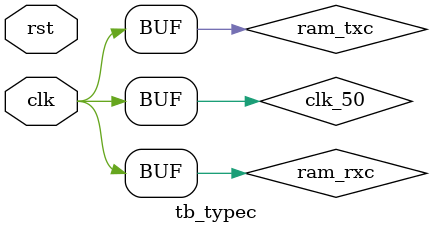
<source format=v>
module tb_typec(
    input clk,
    input rst
);

    localparam BAG_INIT = 4'b0000; 
    localparam BAG_ACK = 4'b0001, BAG_NAK = 4'b0010, BAG_STALL = 4'b0011;
    localparam BAG_DIDX = 4'b0101, BAG_DPARAM = 4'b0110, BAG_DDIDX = 4'b0111;
    localparam BAG_DLINK = 4'b1000, BAG_DTYPE = 4'b1001, BAG_DTEMP = 4'b1010;
    localparam BAG_DHEAD = 4'b1100, BAG_DATA0 = 4'b1101, BAG_DATA1 = 4'b1110;

    (*MARK_DEBUG = "true"*)reg [7:0] state; 
    reg [7:0] next_state;

    localparam IDLE = 8'h00, WAIT = 8'h01, DONE = 8'h02;
    localparam RAM_TX = 8'h04;
    localparam PSDLINK = 8'h10, TSDLINK = 8'h11, WMDLINK = 8'h12, RMDLINK = 8'h13;
    localparam PMDIDX = 8'h20, TMDIDX = 8'h21, WSDIDX = 8'h22, RSDIDX = 8'h23; 
    localparam PSDTYPE = 8'h30, TSDTYPE = 8'h31, WMDTYPE = 8'h32, RMDTYPE = 8'h33; 
    localparam PMDPARAM = 8'h40, TMDPARAM = 8'h41, WSDPARAM = 8'h42, RSDPARAM = 8'h43;
    localparam PSDTEMP = 8'h50, TSDTEMP = 8'h51, WMDTEMP = 8'h52, RMDTEMP = 8'h53;
    localparam PMDDIDX = 8'h60, TMDDIDX = 8'h61, WSDDIDX = 8'h62, RSDDIDX = 8'h63;
    localparam PSDATA0 = 8'h70, TSDATA0 = 8'h71, WMDATA0 = 8'h72, RMDATA0 = 8'h73;

    wire ram_txc, ram_rxc;
    wire clk_25, clk_50, clk_100, clk_200;

    wire [7:0] ram_txd, ram_rxd;
    wire [11:0] ram_txa, ram_rxa;
    wire ram_txen;

    wire fs_ram_tx, fd_ram_tx;

    (*MARK_DEBUG = "true"*)wire fsm_send, fdm_send;
    (*MARK_DEBUG = "true"*)wire fsm_read, fdm_read;
    (*MARK_DEBUG = "true"*)wire fss_send, fds_send;
    (*MARK_DEBUG = "true"*)wire fss_read, fds_read;

    (*MARK_DEBUG = "true"*)wire fm_send, fm_recv;
    (*MARK_DEBUG = "true"*)wire pm_txd;
    (*MARK_DEBUG = "true"*)wire [3:0] pm_rxd;

    (*MARK_DEBUG = "true"*)wire fs_send, fs_recv;
    (*MARK_DEBUG = "true"*)wire ps_rxd;
    (*MARK_DEBUG = "true"*)wire [3:0] ps_txd;

    (*MARK_DEBUG = "true"*)wire [3:0] m_read_btype;
    (*MARK_DEBUG = "true"*)wire [7:0] m_read_bdata;

    (*MARK_DEBUG = "true"*)wire [3:0] s_read_btype;
    (*MARK_DEBUG = "true"*)wire [3:0] s_read_bdata;

    (*MARK_DEBUG = "true"*)reg [3:0] m_send_btype;
    (*MARK_DEBUG = "true"*)reg [3:0] s_send_btype;

    assign ram_txc = clk_50;
    assign ram_rxc = clk_50;
    assign clk_50 = clk;

    assign fsm_send = (state == TMDIDX) || (state == TMDPARAM) || (state == TMDDIDX);
    assign fdm_read = (state == RMDLINK) || (state == RMDTYPE) || (state == RMDTEMP) || (state == RMDATA0);
    assign fss_send = (state == TSDLINK) || (state == TSDTYPE) || (state == TSDTEMP) || (state == TSDATA0);
    assign fds_read = (state == RSDIDX) || (state == RSDPARAM) || (state == RSDDIDX);
    assign fs_ram_tx = (state == RAM_TX);

    assign fm_recv = fs_send;
    assign fs_recv = fm_send;
    assign ps_rxd = pm_txd;
    assign pm_rxd = ps_txd;

    always@(posedge clk or posedge rst) begin
        if(rst) state <= IDLE;
        else state <= next_state;
    end
    
    always@(*) begin
        case(state)
            IDLE: next_state <= WAIT;
            WAIT: next_state <= RAM_TX;
            RAM_TX: begin
                if(fd_ram_tx) next_state <= PSDLINK;
                else next_state <= RAM_TX;
            end

            PSDLINK: next_state <= TSDLINK;
            TSDLINK: begin
                if(fds_send) next_state <= WMDLINK;
                else next_state <= TSDLINK;
            end
            WMDLINK: begin
                if(fsm_read) next_state <= RMDLINK;
                else next_state <= WMDLINK;
            end
            RMDLINK: begin
                if(~fsm_read) next_state <= PMDIDX; 
                else next_state <= RMDLINK;
            end

            PMDIDX: next_state <= TMDIDX;
            TMDIDX: begin
                if(fdm_send) next_state <= WSDIDX; 
                else next_state <= TMDIDX;
            end
            WSDIDX: begin
                if(fss_read) next_state <= RSDIDX;
                else next_state <= WSDIDX;
            end
            RSDIDX: begin
                if(~fss_read) next_state <= PSDTYPE;
                else next_state <= RSDIDX;
            end

            PSDTYPE: next_state <= TSDTYPE;
            TSDTYPE: begin
                if(fds_send) next_state <= WMDTYPE;
                else next_state <= TSDTYPE;
            end
            WMDTYPE: begin
                if(fsm_read) next_state <= RMDTYPE;
                else next_state <= WMDTYPE;
            end
            RMDTYPE: begin
                if(~fsm_read) next_state <= PMDPARAM; 
                else next_state <= RMDTYPE;
            end
            
            
            PMDPARAM: next_state <= TMDPARAM;
            TMDPARAM: begin
                if(fdm_send) next_state <= WSDPARAM; 
                else next_state <= TMDPARAM;
            end
            WSDPARAM: begin
                if(fss_read) next_state <= RSDPARAM;
                else next_state <= WSDPARAM;
            end
            RSDPARAM: begin
                if(~fss_read) next_state <= PSDTEMP;
                else next_state <= RSDPARAM;
            end

            PSDTEMP: next_state <= TSDTEMP;
            TSDTEMP: begin
                if(fds_send) next_state <= WMDTEMP;
                else next_state <= TSDTEMP;
            end
            WMDTEMP: begin
                if(fsm_read) next_state <= RMDTEMP;
                else next_state <= WMDTEMP;
            end
            RMDTEMP: begin
                if(~fsm_read) next_state <= PMDDIDX; 
                else next_state <= RMDTEMP;
            end

            PMDDIDX: next_state <= TMDDIDX;
            TMDDIDX: begin
                if(fdm_send) next_state <= WSDDIDX; 
                else next_state <= TMDDIDX;
            end
            WSDDIDX: begin
                if(fss_read) next_state <= RSDDIDX;
                else next_state <= WSDDIDX;
            end
            RSDDIDX: begin
                if(~fss_read) next_state <= PSDATA0;
                else next_state <= RSDDIDX;
            end

            PSDATA0: next_state <= TSDATA0;
            TSDATA0: begin
                if(fds_send) next_state <= WMDATA0;
                else next_state <= TSDATA0;
            end
            WMDATA0: begin
                if(fsm_read) next_state <= RMDATA0;
                else next_state <= WMDLINK;
            end
            RMDATA0: begin
                if(~fsm_read) next_state <= PSDLINK; 
                else next_state <= RMDATA0;
            end

            default: next_state <= IDLE;
        endcase
    end

    always@(posedge clk or posedge rst) begin
        if(rst) m_send_btype <= BAG_INIT;
        else if(state == IDLE) m_send_btype <= BAG_INIT;
        else if(state == PMDIDX) m_send_btype <= BAG_DIDX;
        else if(state == PMDPARAM) m_send_btype <= BAG_DPARAM;
        else if(state == PMDDIDX) m_send_btype <= BAG_DDIDX;
        else m_send_btype <= m_send_btype;
    end

    always@(posedge clk or posedge rst) begin
        if(rst) s_send_btype <= BAG_INIT;
        else if(state == IDLE) s_send_btype <= BAG_INIT;
        else if(state == PSDLINK) s_send_btype <= BAG_DLINK; 
        else if(state == PSDTYPE) s_send_btype <= BAG_DTYPE; 
        else if(state == PSDTEMP) s_send_btype <= BAG_DTEMP; 
        else if(state == PSDATA0) s_send_btype <= BAG_DATA0; 
        else s_send_btype <= s_send_btype;
    end


    mmcm
    mmcm_dut(
        .clk_in(clk),
        .clk_out1(clk_25),
        .clk_out2(clk_100),
        .clk_out3(clk_200)
    );

    ram
    ram_dut(
        .clka(ram_txc),
        .addra(ram_txa),
        .dina(ram_txd),
        .wea(ram_txen),

        .clkb(ram_rxc),
        .addrb(ram_rxa),
        .doutb(ram_rxd)
    );


    ram_tx
    ram_tx_dut(
        .clk(ram_txc),
        .rst(rst),

        .fs(fs_ram_tx),
        .fd(fd_ram_tx),

        .addr_init(12'h000),
        .data_len(12'h800),

        .ram_txa(ram_txa),
        .ram_txd(ram_txd),
        .ram_txen(ram_txen)
    );


    typecm
    typecm_dut(
        .sys_clk(clk_50),
        .com_txc(clk_25),
        .com_rxc(clk_50),
        .pin_txc(clk_200),
        .pin_rxc(clk_100),
        .rst(rst),

        .fs_send(fsm_send),
        .fd_send(fdm_send),
        .fs_read(fsm_read),
        .fd_read(fdm_read),

        .fire_send(fm_send),
        .fire_recv(fm_recv),
        .pin_txd(pm_txd),
        .pin_rxd(pm_rxd),

        .read_btype(m_read_btype),
        .send_btype(m_send_btype),
        .device_idx(4'h3),
        .device_freq(4'h5),
        .data_idx(4'h7)
    );

    typec
    typec_dut(
        .sys_clk(clk_50),
        .com_txc(clk_50),
        .com_rxc(clk_25),
        .pin_txc(clk_100),
        .pin_rxc(clk_200),
        .rst(rst),

        .fs_send(fss_send),
        .fd_send(fds_send),
        .fs_read(fss_read),
        .fd_read(fds_read),

        .fire_send(fs_send),
        .fire_recv(fs_recv),
        .pin_txd(ps_txd),
        .pin_rxd(ps_rxd),

        .read_btype(s_read_btype),
        .read_bdata(s_read_bdata),

        .send_btype(s_send_btype),
        .device_type(8'hFF),
        .device_temp(8'h63),
        .device_stat(4'hF),

        .ram_rxa_init(12'h31),
        .data_len(12'h50),
        .ram_rxa(ram_rxa),
        .ram_rxd(ram_rxd)
    );




endmodule
</source>
